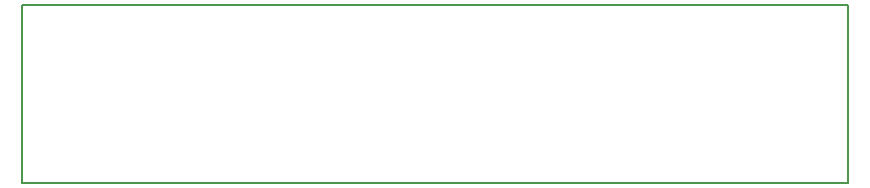
<source format=gm1>
G04 #@! TF.FileFunction,Profile,NP*
%FSLAX46Y46*%
G04 Gerber Fmt 4.6, Leading zero omitted, Abs format (unit mm)*
G04 Created by KiCad (PCBNEW 4.0.6) date Monday, August 21, 2017 'PMt' 07:07:08 PM*
%MOMM*%
%LPD*%
G01*
G04 APERTURE LIST*
%ADD10C,0.100000*%
%ADD11C,0.150000*%
G04 APERTURE END LIST*
D10*
D11*
X100000000Y-50000000D02*
X100000000Y-65000000D01*
X100000000Y-65000000D02*
X170000000Y-65000000D01*
X170000000Y-50000000D02*
X170000000Y-65000000D01*
X100000000Y-50000000D02*
X170000000Y-50000000D01*
M02*

</source>
